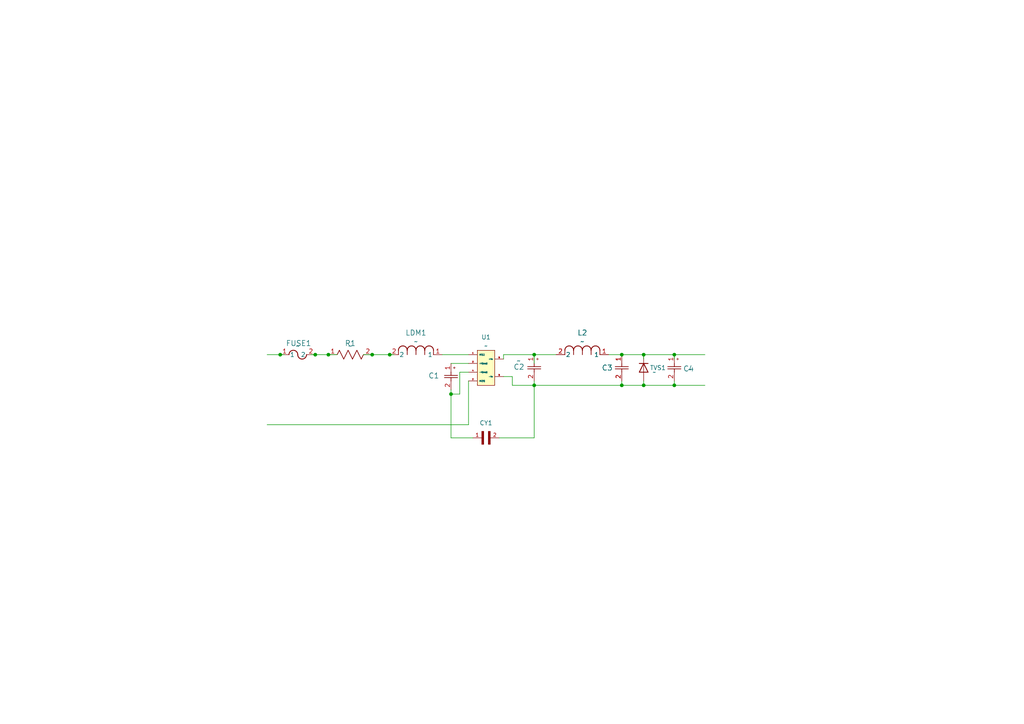
<source format=kicad_sch>
(kicad_sch (version 20250114) (generator "eeschema") (generator_version "9.0")
  (paper "A4")
  (lib_symbols
    (symbol "Capacitor-.1uf-50v:UFW1H0R1MDD1TA" (pin_names (offset 0.254))
      (property "Reference" "C" (at 3.81 3.81 0))
      (property "Value" "UFW1H0R1MDD1TA" (at 3.81 -3.81 0))
      (symbol "UFW1H0R1MDD1TA_1_1"
        (polyline (pts (xy 0.9525 0.9525) (xy 1.5875 0.9525)) (stroke (width 0.127)))
        (polyline (pts (xy 1.27 1.27) (xy 1.27 0.635)) (stroke (width 0.127)))
        (polyline (pts (xy 2.54 0) (xy 3.4798 0)) (stroke (width 0.2032)))
        (polyline (pts (xy 3.4798 -1.905) (xy 3.4798 1.905)) (stroke (width 0.2032)))
        (polyline (pts (xy 4.1148 0) (xy 5.08 0)) (stroke (width 0.2032)))
        (polyline (pts (xy 4.1148 -1.905) (xy 4.1148 1.905)) (stroke (width 0.2032)))
        (pin unspecified line (at 0 0 0) (length 2.54) (name "") (number "1"))
        (pin unspecified line (at 7.62 0 180) (length 2.54) (name "") (number "2"))
      )
      (symbol "UFW1H0R1MDD1TA_1_2"
        (polyline (pts (xy -1.905 -3.4798) (xy 1.905 -3.4798)) (stroke (width 0.2032)))
        (polyline (pts (xy -1.905 -4.1148) (xy 1.905 -4.1148)) (stroke (width 0.2032)))
        (polyline (pts (xy 0 -2.54) (xy 0 -3.4798)) (stroke (width 0.2032)))
        (polyline (pts (xy 0 -4.1148) (xy 0 -5.08)) (stroke (width 0.2032)))
        (polyline (pts (xy 0.3175 -1.5875) (xy 0.9525 -1.5875)) (stroke (width 0.127)))
        (polyline (pts (xy 0.635 -1.27) (xy 0.635 -1.905)) (stroke (width 0.127)))
        (pin unspecified line (at 0 0 270) (length 2.54) (name "") (number "1"))
        (pin unspecified line (at 0 -7.62 90) (length 2.54) (name "") (number "2"))
      )
    )
    (symbol "Capacitor-100uF-35V:35ZLJ100M6.3X11" (pin_names (offset 0.254))
      (property "Reference" "C" (at 3.81 3.81 0))
      (property "Value" "35ZLJ100M6.3X11" (at 3.81 -3.81 0))
      (symbol "35ZLJ100M6.3X11_1_1"
        (polyline (pts (xy 2.54 0) (xy 3.4798 0)) (stroke (width 0.2032)))
        (polyline (pts (xy 3.4798 -1.905) (xy 3.4798 1.905)) (stroke (width 0.2032)))
        (polyline (pts (xy 4.1148 0) (xy 5.08 0)) (stroke (width 0.2032)))
        (polyline (pts (xy 4.1148 -1.905) (xy 4.1148 1.905)) (stroke (width 0.2032)))
        (pin unspecified line (at 0 0 0) (length 2.54) (name "") (number "1"))
        (pin unspecified line (at 7.62 0 180) (length 2.54) (name "") (number "2"))
      )
      (symbol "35ZLJ100M6.3X11_1_2"
        (polyline (pts (xy -1.905 -3.4798) (xy 1.905 -3.4798)) (stroke (width 0.2032)))
        (polyline (pts (xy -1.905 -4.1148) (xy 1.905 -4.1148)) (stroke (width 0.2032)))
        (polyline (pts (xy 0 -2.54) (xy 0 -3.4798)) (stroke (width 0.2032)))
        (polyline (pts (xy 0 -4.1148) (xy 0 -5.08)) (stroke (width 0.2032)))
        (pin unspecified line (at 0 0 270) (length 2.54) (name "") (number "1"))
        (pin unspecified line (at 0 -7.62 90) (length 2.54) (name "") (number "2"))
      )
    )
    (symbol "Capacitor-1nf-400V:DE2E3SA102MN3AY02F" (pin_names (offset 1.016))
      (property "Reference" "C" (at 0 3.8109 0))
      (property "Value" "DE2E3SA102MN3AY02F" (at 0 -5.0885 0))
      (symbol "DE2E3SA102MN3AY02F_0_0"
        (rectangle (start 0 -1.9069) (end 0.635 1.905) (stroke (width 0.1)) (fill (type outline)))
        (rectangle (start 1.9069 -1.9069) (end 2.54 1.905) (stroke (width 0.1)) (fill (type outline)))
        (pin passive line (at -2.54 0 0) (length 2.54) (name "~") (number "1"))
        (pin passive line (at 5.08 0 180) (length 2.54) (name "~") (number "2"))
      )
    )
    (symbol "Capacitor-470uF-16V:UFW1C471MPD" (pin_names (offset 0.254))
      (property "Reference" "C" (at 3.81 3.81 0))
      (property "Value" "UFW1C471MPD" (at 3.81 -3.81 0))
      (symbol "UFW1C471MPD_1_1"
        (polyline (pts (xy 0.9525 0.9525) (xy 1.5875 0.9525)) (stroke (width 0.127)))
        (polyline (pts (xy 1.27 1.27) (xy 1.27 0.635)) (stroke (width 0.127)))
        (polyline (pts (xy 2.54 0) (xy 3.4798 0)) (stroke (width 0.2032)))
        (polyline (pts (xy 3.4798 -1.905) (xy 3.4798 1.905)) (stroke (width 0.2032)))
        (polyline (pts (xy 4.1148 0) (xy 5.08 0)) (stroke (width 0.2032)))
        (polyline (pts (xy 4.1148 -1.905) (xy 4.1148 1.905)) (stroke (width 0.2032)))
        (pin unspecified line (at 0 0 0) (length 2.54) (name "") (number "1"))
        (pin unspecified line (at 7.62 0 180) (length 2.54) (name "") (number "2"))
      )
      (symbol "UFW1C471MPD_1_2"
        (polyline (pts (xy -1.905 -3.4798) (xy 1.905 -3.4798)) (stroke (width 0.2032)))
        (polyline (pts (xy -1.905 -4.1148) (xy 1.905 -4.1148)) (stroke (width 0.2032)))
        (polyline (pts (xy 0 -2.54) (xy 0 -3.4798)) (stroke (width 0.2032)))
        (polyline (pts (xy 0 -4.1148) (xy 0 -5.08)) (stroke (width 0.2032)))
        (polyline (pts (xy 0.3175 -1.5875) (xy 0.9525 -1.5875)) (stroke (width 0.127)))
        (polyline (pts (xy 0.635 -1.27) (xy 0.635 -1.905)) (stroke (width 0.127)))
        (pin unspecified line (at 0 0 270) (length 2.54) (name "") (number "1"))
        (pin unspecified line (at 0 -7.62 90) (length 2.54) (name "") (number "2"))
      )
    )
    (symbol "Diode:SM4003" (pin_numbers (hide yes)) (pin_names (hide yes))
      (property "Reference" "D" (at 0 2.54 0))
      (property "Value" "SM4003" (at 0 -2.54 0))
      (symbol "SM4003_0_1"
        (polyline (pts (xy -1.27 1.27) (xy -1.27 -1.27)) (stroke (width 0.254)))
        (polyline (pts (xy 1.27 1.27) (xy 1.27 -1.27) (xy -1.27 0) (xy 1.27 1.27)) (stroke (width 0.254)))
        (polyline (pts (xy 1.27 0) (xy -1.27 0)))
      )
      (symbol "SM4003_1_1"
        (pin passive line (at -3.81 0 0) (length 2.54) (name "K") (number "1"))
        (pin passive line (at 3.81 0 180) (length 2.54) (name "A") (number "2"))
      )
    )
    (symbol "Fuse-300V-1A:36911000000" (pin_names (offset 0.254))
      (property "Reference" "F" (at 5.08 3.175 0))
      (property "Value" "36911000000" (at 5.08 -3.175 0))
      (symbol "36911000000_1_1"
        (arc (start 2.54 0) (mid 3.81 1.2645) (end 5.08 0) (stroke (width 0.254)))
        (arc (start 7.62 0) (mid 6.35 -1.2645) (end 5.08 0) (stroke (width 0.254)))
        (pin unspecified line (at 0 0 0) (length 2.54) (name "1") (number "1"))
        (pin unspecified line (at 10.16 0 180) (length 2.54) (name "2") (number "2"))
      )
      (symbol "36911000000_1_2"
        (arc (start 0 7.62) (mid 1.2645 6.35) (end 0 5.08) (stroke (width 0.254)))
        (arc (start 0 2.54) (mid -1.2645 3.81) (end 0 5.08) (stroke (width 0.254)))
        (pin unspecified line (at 0 10.16 270) (length 2.54) (name "2") (number "2"))
        (pin unspecified line (at 0 0 90) (length 2.54) (name "1") (number "1"))
      )
    )
    (symbol "Inductor-4.7uH/60ohm:RLB9012-4R7ML" (pin_names (offset 0.254))
      (property "Reference" "L" (at 6.985 5.08 0))
      (property "Value" "RLB9012-4R7ML" (at 6.985 -2.54 0))
      (symbol "RLB9012-4R7ML_1_1"
        (polyline (pts (xy 2.54 0) (xy 2.54 1.27)) (stroke (width 0.2032)))
        (arc (start 2.54 1.27) (mid 3.81 2.5344) (end 5.08 1.27) (stroke (width 0.254)))
        (polyline (pts (xy 5.08 0) (xy 5.08 1.27)) (stroke (width 0.2032)))
        (arc (start 5.08 1.27) (mid 6.35 2.5344) (end 7.62 1.27) (stroke (width 0.254)))
        (polyline (pts (xy 7.62 0) (xy 7.62 1.27)) (stroke (width 0.2032)))
        (arc (start 7.62 1.27) (mid 8.89 2.5344) (end 10.16 1.27) (stroke (width 0.254)))
        (polyline (pts (xy 10.16 0) (xy 10.16 1.27)) (stroke (width 0.2032)))
        (arc (start 10.16 1.27) (mid 11.43 2.5344) (end 12.7 1.27) (stroke (width 0.254)))
        (polyline (pts (xy 12.7 0) (xy 12.7 1.27)) (stroke (width 0.2032)))
        (pin unspecified line (at 0 0 0) (length 2.54) (name "2") (number "2"))
        (pin unspecified line (at 15.24 0 180) (length 2.54) (name "1") (number "1"))
      )
      (symbol "RLB9012-4R7ML_1_2"
        (arc (start -1.27 10.16) (mid -2.5344 11.43) (end -1.27 12.7) (stroke (width 0.254)))
        (arc (start -1.27 7.62) (mid -2.5344 8.89) (end -1.27 10.16) (stroke (width 0.254)))
        (arc (start -1.27 5.08) (mid -2.5344 6.35) (end -1.27 7.62) (stroke (width 0.254)))
        (arc (start -1.27 2.54) (mid -2.5344 3.81) (end -1.27 5.08) (stroke (width 0.254)))
        (polyline (pts (xy 0 12.7) (xy -1.27 12.7)) (stroke (width 0.2032)))
        (polyline (pts (xy 0 10.16) (xy -1.27 10.16)) (stroke (width 0.2032)))
        (polyline (pts (xy 0 7.62) (xy -1.27 7.62)) (stroke (width 0.2032)))
        (polyline (pts (xy 0 5.08) (xy -1.27 5.08)) (stroke (width 0.2032)))
        (polyline (pts (xy 0 2.54) (xy -1.27 2.54)) (stroke (width 0.2032)))
        (pin unspecified line (at 0 15.24 270) (length 2.54) (name "1") (number "1"))
        (pin unspecified line (at 0 0 90) (length 2.54) (name "2") (number "2"))
      )
    )
    (symbol "Power_Library:Power_Custom_Component"
      (property "Reference" "U" (at 0 5.334 0))
      (symbol "Power_Custom_Component_1_1"
        (rectangle (start -2.54 3.81) (end 2.54 -6.35) (fill (type background)))
        (pin bidirectional line (at -5.08 2.54 0) (length 2.54) (name "AC(L)") (number "1"))
        (pin bidirectional line (at -5.08 0 0) (length 2.54) (name "+V(cap)") (number "3"))
        (pin bidirectional line (at -5.08 -2.54 0) (length 2.54) (name "-V(cap)") (number "4"))
        (pin bidirectional line (at -5.08 -5.08 0) (length 2.54) (name "AC(N)") (number "2"))
        (pin bidirectional line (at 5.08 1.27 180) (length 2.54) (name "+Vo") (number "6"))
        (pin bidirectional line (at 5.08 -3.81 180) (length 2.54) (name "-Vo") (number "5"))
      )
    )
    (symbol "Resistor-300-3A:ROX3SJ12R" (pin_names (offset 0.254))
      (property "Reference" "R" (at 5.715 3.81 0))
      (property "Value" "ROX3SJ12R" (at 6.35 -3.81 0))
      (symbol "ROX3SJ12R_1_1"
        (polyline (pts (xy 2.54 0) (xy 3.175 1.27)) (stroke (width 0.2032)))
        (polyline (pts (xy 3.175 1.27) (xy 4.445 -1.27)) (stroke (width 0.2032)))
        (polyline (pts (xy 4.445 -1.27) (xy 5.715 1.27)) (stroke (width 0.2032)))
        (polyline (pts (xy 5.715 1.27) (xy 6.985 -1.27)) (stroke (width 0.2032)))
        (polyline (pts (xy 6.985 -1.27) (xy 8.255 1.27)) (stroke (width 0.2032)))
        (polyline (pts (xy 8.255 1.27) (xy 9.525 -1.27)) (stroke (width 0.2032)))
        (polyline (pts (xy 9.525 -1.27) (xy 10.16 0)) (stroke (width 0.2032)))
        (pin unspecified line (at 0 0 0) (length 2.54) (name "") (number "1"))
        (pin unspecified line (at 12.7 0 180) (length 2.54) (name "") (number "2"))
      )
      (symbol "ROX3SJ12R_1_2"
        (polyline (pts (xy -1.27 8.255) (xy 1.27 9.525)) (stroke (width 0.2032)))
        (polyline (pts (xy -1.27 5.715) (xy 1.27 6.985)) (stroke (width 0.2032)))
        (polyline (pts (xy -1.27 3.175) (xy 1.27 4.445)) (stroke (width 0.2032)))
        (polyline (pts (xy 0 2.54) (xy -1.27 3.175)) (stroke (width 0.2032)))
        (polyline (pts (xy 1.27 9.525) (xy 0 10.16)) (stroke (width 0.2032)))
        (polyline (pts (xy 1.27 6.985) (xy -1.27 8.255)) (stroke (width 0.2032)))
        (polyline (pts (xy 1.27 4.445) (xy -1.27 5.715)) (stroke (width 0.2032)))
        (pin unspecified line (at 0 12.7 270) (length 2.54) (name "") (number "1"))
        (pin unspecified line (at 0 0 90) (length 2.54) (name "") (number "2"))
      )
    )
  )
  (junction (at 186.69 102.87))
  (junction (at 195.58 102.87))
  (junction (at 107.95 102.87))
  (junction (at 180.34 102.87))
  (junction (at 186.69 111.76))
  (junction (at 91.44 102.87))
  (junction (at 130.81 114.3))
  (junction (at 154.94 111.76))
  (junction (at 113.03 102.87))
  (junction (at 180.34 111.76))
  (junction (at 81.28 102.87))
  (junction (at 95.25 102.87))
  (junction (at 154.94 102.87))
  (junction (at 195.58 111.76))
  (wire (pts (xy 128.27 102.87) (xy 135.89 102.87)))
  (wire (pts (xy 133.35 107.95) (xy 133.35 114.3)))
  (wire (pts (xy 186.69 111.76) (xy 195.58 111.76)))
  (wire (pts (xy 113.03 102.87) (xy 107.95 102.87)))
  (wire (pts (xy 81.28 102.87) (xy 82.55 102.87)))
  (wire (pts (xy 95.25 102.87) (xy 91.44 102.87)))
  (wire (pts (xy 195.58 111.76) (xy 204.47 111.76)))
  (wire (pts (xy 154.94 111.76) (xy 148.59 111.76)))
  (wire (pts (xy 154.94 102.87) (xy 154.94 105.41)))
  (wire (pts (xy 186.69 102.87) (xy 186.69 104.14)))
  (wire (pts (xy 114.3 102.87) (xy 113.03 102.87)))
  (wire (pts (xy 77.47 102.87) (xy 81.28 102.87)))
  (wire (pts (xy 176.53 102.87) (xy 180.34 102.87)))
  (wire (pts (xy 130.81 105.41) (xy 135.89 105.41)))
  (wire (pts (xy 77.47 123.19) (xy 135.89 123.19)))
  (wire (pts (xy 154.94 102.87) (xy 161.29 102.87)))
  (wire (pts (xy 195.58 102.87) (xy 195.58 104.14)))
  (wire (pts (xy 130.81 127) (xy 137.16 127)))
  (wire (pts (xy 154.94 111.76) (xy 154.94 127)))
  (wire (pts (xy 130.81 127) (xy 130.81 114.3)))
  (wire (pts (xy 180.34 110.49) (xy 180.34 111.76)))
  (wire (pts (xy 135.89 110.49) (xy 135.89 123.19)))
  (wire (pts (xy 180.34 102.87) (xy 186.69 102.87)))
  (wire (pts (xy 186.69 110.49) (xy 186.69 111.76)))
  (wire (pts (xy 146.05 109.22) (xy 148.59 109.22)))
  (wire (pts (xy 107.95 102.87) (xy 105.41 102.87)))
  (wire (pts (xy 144.78 127) (xy 154.94 127)))
  (wire (pts (xy 146.05 102.87) (xy 154.94 102.87)))
  (wire (pts (xy 154.94 110.49) (xy 154.94 111.76)))
  (wire (pts (xy 130.81 113.03) (xy 130.81 114.3)))
  (wire (pts (xy 186.69 102.87) (xy 195.58 102.87)))
  (wire (pts (xy 154.94 111.76) (xy 180.34 111.76)))
  (wire (pts (xy 180.34 111.76) (xy 186.69 111.76)))
  (wire (pts (xy 91.44 102.87) (xy 90.17 102.87)))
  (wire (pts (xy 148.59 109.22) (xy 148.59 111.76)))
  (wire (pts (xy 195.58 102.87) (xy 204.47 102.87)))
  (wire (pts (xy 146.05 102.87) (xy 146.05 104.14)))
  (wire (pts (xy 97.79 102.87) (xy 95.25 102.87)))
  (wire (pts (xy 133.35 114.3) (xy 130.81 114.3)))
  (wire (pts (xy 195.58 110.49) (xy 195.58 111.76)))
  (wire (pts (xy 135.89 107.95) (xy 133.35 107.95)))
  (symbol (lib_id "Inductor-4.7uH/60ohm:RLB9012-4R7ML") (at 113.03 102.87 0) (unit 1)
    (property "Reference" "LDM1" (at 120.65 96.52 0) (effects (font (size 1.524 1.524))))
    (property "Value" "~" (at 120.65 99.06 0) (effects (font (size 1.524 1.524))))
    (property "Footprint" "Inductor-4.7uH-60ohm:IND_BOURNS_RLB9012" (effects (hide yes)))
    (property "Datasheet" "RLB9012-4R7ML" (effects (hide yes)))
  )
  (symbol (lib_id "Capacitor-.1uf-50v:UFW1H0R1MDD1TA") (at 195.58 102.87 270) (unit 1)
    (property "Reference" "C4" (at 198.12 106.934 90) (effects (font (size 1.524 1.524)) (justify left)))
    (property "Value" "~" (at 199.39 107.1753 90) (effects (font (size 1.524 1.524)) (justify left)))
    (property "Footprint" "Capacitor-,1uF-50V:CAP_UEP_5X11_NCH" (effects (hide yes)))
    (property "Datasheet" "UFW1H0R1MDD1TA" (effects (hide yes)))
  )
  (symbol (lib_id "Capacitor-470uF-16V:UFW1C471MPD") (at 130.81 105.41 270) (unit 1)
    (property "Reference" "C1" (at 124.206 108.966 90) (effects (font (size 1.524 1.524)) (justify left)))
    (property "Value" "UFW1C471MPD" (effects (hide yes)))
    (property "Footprint" "Capacitor-10uF-450V:CAP_BX_10x20_RUB" (effects (hide yes)))
    (property "Datasheet" "UFW1C471MPD" (effects (hide yes)))
  )
  (symbol (lib_id "Capacitor-470uF-16V:UFW1C471MPD") (at 154.94 102.87 270) (unit 1)
    (property "Reference" "C2" (at 152.146 106.426 90) (effects (font (size 1.524 1.524)) (justify right)))
    (property "Value" "~" (at 151.13 104.6353 90) (effects (font (size 1.524 1.524)) (justify right)))
    (property "Footprint" "Capacitor-470uF-16V:CAP_RHT_8X11P5_NCH" (effects (hide yes)))
    (property "Datasheet" "UFW1C471MPD" (effects (hide yes)))
  )
  (symbol (lib_id "Inductor-4.7uH/60ohm:RLB9012-4R7ML") (at 161.29 102.87 0) (unit 1)
    (property "Reference" "L2" (at 168.91 96.52 0) (effects (font (size 1.524 1.524))))
    (property "Value" "~" (at 168.91 99.06 0) (effects (font (size 1.524 1.524))))
    (property "Footprint" "Inductor-4.7uH-60ohm:IND_BOURNS_RLB9012" (effects (hide yes)))
    (property "Datasheet" "RLB9012-4R7ML" (effects (hide yes)))
  )
  (symbol (lib_id "Diode:SM4003") (at 186.69 106.68 270) (unit 1)
    (property "Reference" "TVS1" (at 188.468 106.68 90) (effects (justify left)))
    (property "Value" "~" (at 189.23 107.95 90) (effects (justify left)))
    (property "Footprint" "Diode_SMD:D_MELF" (effects (hide yes)))
    (property "Datasheet" "http://cdn-reichelt.de/documents/datenblatt/A400/SMD1N400%23DIO.pdf" (effects (hide yes)))
    (property "Description" "200V 1A General Purpose Rectifier Diode, MELF" (effects (hide yes)))
    (property "Sim.Device" "D" (effects (hide yes)))
    (property "Sim.Pins" "1=K 2=A" (effects (hide yes)))
  )
  (symbol (lib_id "Power_Library:Power_Custom_Component") (at 140.97 105.41 0) (unit 1)
    (property "Reference" "U1" (at 140.97 97.79 0))
    (property "Value" "~" (at 140.97 100.33 0))
    (property "Footprint" "stuff:power" (effects (hide yes)))
  )
  (symbol (lib_id "Capacitor-100uF-35V:35ZLJ100M6.3X11") (at 180.34 102.87 270) (unit 1)
    (property "Reference" "C3" (at 174.498 106.68 90) (effects (font (size 1.524 1.524)) (justify left)))
    (property "Value" "35ZLJ100M6.3X11" (effects (hide yes)))
    (property "Footprint" "Capacitor-100uF-35V:CAP_6.3X11_RUB" (effects (hide yes)))
    (property "Datasheet" "35ZLJ100M6.3X11" (effects (hide yes)))
  )
  (symbol (lib_id "Capacitor-1nf-400V:DE2E3SA102MN3AY02F") (at 139.7 127 0) (unit 1)
    (property "Reference" "CY1" (at 140.97 122.682 0))
    (property "Value" "DE2E3SA102MN3AY02F" (effects (hide yes)))
    (property "Footprint" "Capacitor-1nF-400V:CAP_DE2E3SA102MN3AY02F" (effects (hide yes)))
    (property "MANUFACTURER" "Murata" (effects (hide yes)))
    (property "MAXIMUM_PACKAGE_HEIGHT" "12.0mm" (effects (hide yes)))
    (property "STANDARD" "IPC-7351B" (effects (hide yes)))
  )
  (symbol (lib_id "Resistor-300-3A:ROX3SJ12R") (at 95.25 102.87 0) (unit 1)
    (property "Reference" "R1" (at 101.6 99.568 0) (effects (font (size 1.524 1.524))))
    (property "Value" "~" (at 101.6 100.33 0) (effects (font (size 1.524 1.524))))
    (property "Footprint" "Resistor-300-3A:res2_1-1625892-1_TEC" (effects (hide yes)))
    (property "Datasheet" "ROX3SJ12R" (effects (hide yes)))
  )
  (symbol (lib_id "Fuse-300V-1A:36911000000") (at 81.28 102.87 0) (unit 1)
    (property "Reference" "FUSE1" (at 86.614 99.568 0) (effects (font (size 1.524 1.524))))
    (property "Value" "~" (at 86.36 100.33 0) (effects (font (size 1.524 1.524))))
    (property "Footprint" "fuse_300V_1a:FUSE_36911_LTF" (effects (hide yes)))
    (property "Datasheet" "36911000000" (effects (hide yes)))
  )
)
</source>
